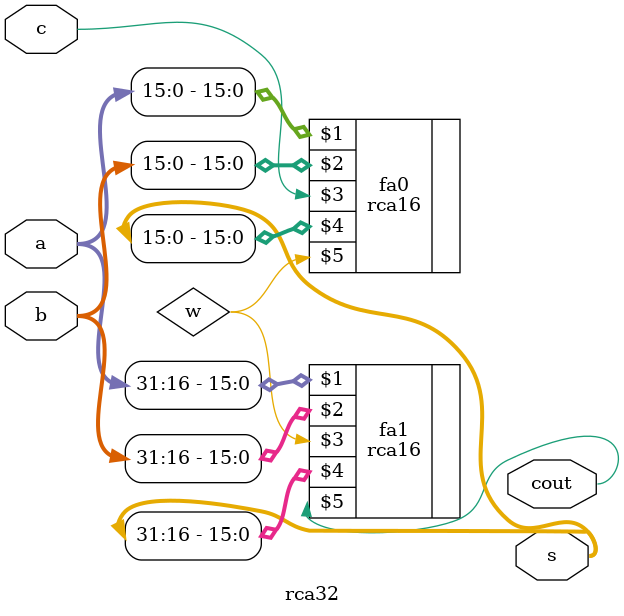
<source format=v>
module rca32(a,b,c,s,cout);
input [31:0]a,b;
input c;

output [31:0]s;
output cout;

wire w;

rca16 fa0(a[15:0],b[15:0],c,s[15:0],w);
rca16 fa1(a[31:16],b[31:16],w,s[31:16],cout);

endmodule
</source>
